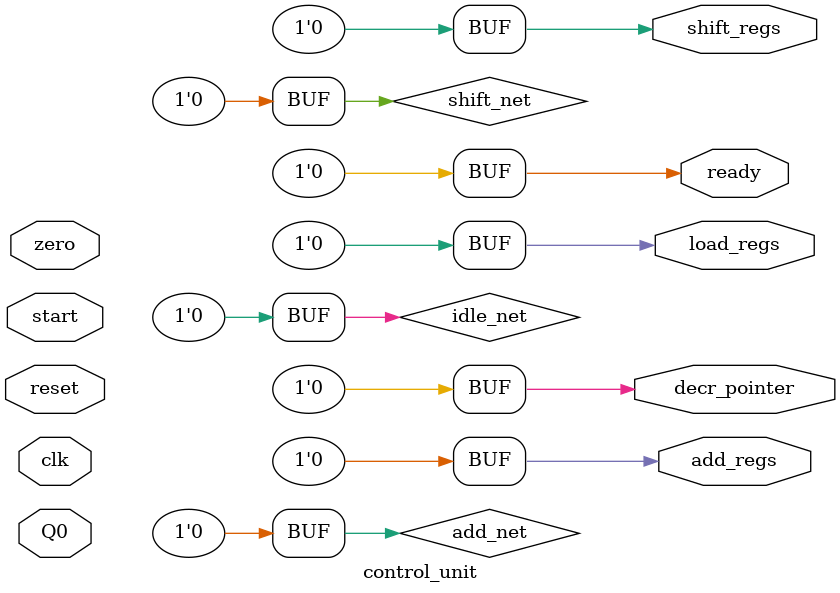
<source format=v>
module control_unit(
    input start,Q0,zero, //external inputs
    input clk,reset, //other inputs
    output ready,decr_pointer,shift_regs, //moore type outputs
    output load_regs,add_regs //melay type outputs
);
wire net1,net2,net3,net4,net5;
wire idle_net, add_net, shift_net;
wire [1:0]state;

assign idle_net = 1'b0;
assign shift_net = 1'b0;
assign add_net = 1'b0;

and(net1, state[0], ~state[1], start);
and(net2, ~state[0], ~start, state[1]);
or(net3, net1, net2);

/*
module D_FF(
    input D,clk,reset,
    output reg Q
);
*/

D_FF D0(
    .D(net3), .clk(clk), .reset(reset),
    .Q(state[0])
);

D_FF D1(
    .D(add_net), .clk(clk), .reset(reset),
    .Q(state[1])
);

/*
decoder - decodes the output of flip flops into 
induvidual wires that represent each state of the control
fsm
/*

module decoder(
    input [1:0] state,
    output State_idle, state_add, state_shift
);
*/

decoder D(
    .state(state),
    .State_idle(idle_net),
    .state_add(add_net),
    .state_shift(shift_net)
);

/*
Outputs of the control system - control outputs
*/

//moore outputs
assign ready = idle_net;
assign decr_pointer = add_net;
assign shift_regs = shift_net;

//melay outputs
and(load_regs, start, idle_net);
and(add_regs, add_net, Q0);

endmodule 




</source>
